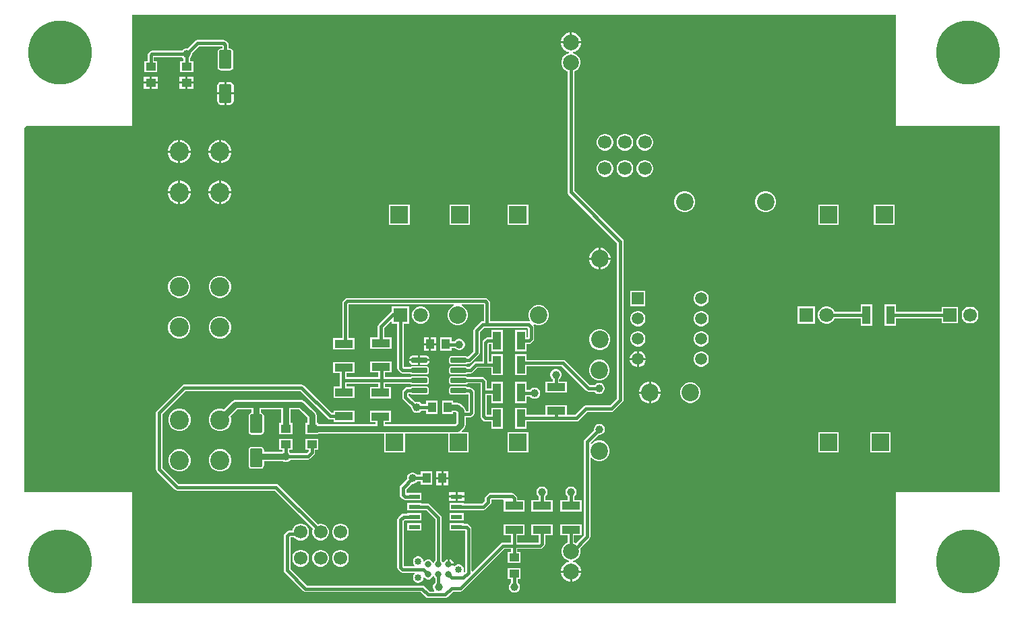
<source format=gbr>
G04*
G04 #@! TF.GenerationSoftware,Altium Limited,Altium Designer,24.1.2 (44)*
G04*
G04 Layer_Physical_Order=2*
G04 Layer_Color=8978557*
%FSLAX44Y44*%
%MOMM*%
G71*
G04*
G04 #@! TF.SameCoordinates,9659F079-296E-40C6-98A9-55E0524B4074*
G04*
G04*
G04 #@! TF.FilePolarity,Positive*
G04*
G01*
G75*
%ADD16C,0.2540*%
%ADD26C,0.8500*%
%ADD33C,0.4000*%
%ADD34C,1.7000*%
%ADD35C,2.0000*%
%ADD36R,1.5000X1.5000*%
%ADD37C,1.5000*%
%ADD38C,2.4000*%
%ADD39C,8.0000*%
%ADD40R,1.7000X1.7000*%
%ADD41C,2.1996*%
%ADD42R,1.8000X1.8000*%
%ADD43C,1.8000*%
%ADD44R,2.2000X2.2000*%
%ADD45R,2.2000X2.2000*%
%ADD46C,2.2000*%
%ADD47C,1.0000*%
%ADD48R,1.0160X2.2606*%
%ADD49R,2.2606X1.0160*%
%ADD50R,1.3970X0.5588*%
%ADD51R,1.2500X1.0000*%
%ADD52R,1.0000X1.2500*%
G04:AMPARAMS|DCode=53|XSize=2.33mm|YSize=1.55mm|CornerRadius=0.1938mm|HoleSize=0mm|Usage=FLASHONLY|Rotation=90.000|XOffset=0mm|YOffset=0mm|HoleType=Round|Shape=RoundedRectangle|*
%AMROUNDEDRECTD53*
21,1,2.3300,1.1625,0,0,90.0*
21,1,1.9425,1.5500,0,0,90.0*
1,1,0.3875,0.5813,0.9712*
1,1,0.3875,0.5813,-0.9712*
1,1,0.3875,-0.5813,-0.9712*
1,1,0.3875,-0.5813,0.9712*
%
%ADD53ROUNDEDRECTD53*%
G04:AMPARAMS|DCode=54|XSize=1.97mm|YSize=0.6mm|CornerRadius=0.075mm|HoleSize=0mm|Usage=FLASHONLY|Rotation=180.000|XOffset=0mm|YOffset=0mm|HoleType=Round|Shape=RoundedRectangle|*
%AMROUNDEDRECTD54*
21,1,1.9700,0.4500,0,0,180.0*
21,1,1.8200,0.6000,0,0,180.0*
1,1,0.1500,-0.9100,0.2250*
1,1,0.1500,0.9100,0.2250*
1,1,0.1500,0.9100,-0.2250*
1,1,0.1500,-0.9100,-0.2250*
%
%ADD54ROUNDEDRECTD54*%
%ADD55C,0.8000*%
%ADD56C,0.7620*%
G36*
X1130000Y627500D02*
X1260000D01*
Y167500D01*
X1130000D01*
Y27500D01*
X170000D01*
Y167500D01*
X35000D01*
Y625000D01*
X37500Y627500D01*
X170000D01*
Y767500D01*
X1130000D01*
Y627500D01*
D02*
G37*
%LPC*%
G36*
X285157Y736078D02*
X285157Y736078D01*
X252250D01*
X252250Y736078D01*
X250689Y735768D01*
X249366Y734884D01*
X239667Y725184D01*
X239422Y725250D01*
X237578D01*
X235798Y724773D01*
X234202Y723851D01*
X232899Y722548D01*
X232772Y722328D01*
X195238D01*
X193677Y722018D01*
X192354Y721134D01*
X192354Y721134D01*
X190866Y719646D01*
X189982Y718323D01*
X189672Y716762D01*
X189672Y716762D01*
Y709250D01*
X185500D01*
Y695250D01*
X202000D01*
Y709250D01*
X197829D01*
Y714172D01*
X232772D01*
X232899Y713952D01*
X234202Y712649D01*
X234672Y712377D01*
Y709250D01*
X230500D01*
Y695250D01*
X247000D01*
Y709250D01*
X242828D01*
Y712679D01*
X244101Y713952D01*
X245023Y715548D01*
X245500Y717328D01*
Y719172D01*
X245434Y719417D01*
X253939Y727922D01*
X283422D01*
Y725077D01*
X281688D01*
X280151Y724771D01*
X278849Y723901D01*
X277978Y722599D01*
X277673Y721062D01*
Y701637D01*
X277978Y700101D01*
X278849Y698799D01*
X280151Y697928D01*
X281688Y697623D01*
X293312D01*
X294849Y697928D01*
X296151Y698799D01*
X297022Y700101D01*
X297327Y701637D01*
Y721062D01*
X297022Y722599D01*
X296151Y723901D01*
X294849Y724771D01*
X293312Y725077D01*
X291578D01*
Y729657D01*
X291268Y731218D01*
X290384Y732541D01*
X290384Y732541D01*
X288041Y734884D01*
X286718Y735768D01*
X286459Y735819D01*
X285157Y736078D01*
D02*
G37*
G36*
X722991Y745490D02*
X722610D01*
Y734220D01*
X733880D01*
Y734601D01*
X733025Y737790D01*
X731375Y740650D01*
X729040Y742984D01*
X726180Y744635D01*
X722991Y745490D01*
D02*
G37*
G36*
X720070D02*
X719689D01*
X716500Y744635D01*
X713640Y742984D01*
X711305Y740650D01*
X709655Y737790D01*
X708800Y734601D01*
Y734220D01*
X720070D01*
Y745490D01*
D02*
G37*
G36*
X202540Y689790D02*
X195020D01*
Y683520D01*
X202540D01*
Y689790D01*
D02*
G37*
G36*
X192480D02*
X184960D01*
Y683520D01*
X192480D01*
Y689790D01*
D02*
G37*
G36*
X247540Y689790D02*
X240020D01*
Y683520D01*
X247540D01*
Y689790D01*
D02*
G37*
G36*
X237480D02*
X229960D01*
Y683520D01*
X237480D01*
Y689790D01*
D02*
G37*
G36*
X202540Y680980D02*
X195020D01*
Y674710D01*
X202540D01*
Y680980D01*
D02*
G37*
G36*
X192480D02*
X184960D01*
Y674710D01*
X192480D01*
Y680980D01*
D02*
G37*
G36*
X247540Y680980D02*
X240020D01*
Y674710D01*
X247540D01*
Y680980D01*
D02*
G37*
G36*
X237480D02*
X229960D01*
Y674710D01*
X237480D01*
Y680980D01*
D02*
G37*
G36*
X293312Y682928D02*
X288770D01*
Y669920D01*
X297878D01*
Y678363D01*
X297530Y680109D01*
X296541Y681591D01*
X295060Y682580D01*
X293312Y682928D01*
D02*
G37*
G36*
X286230D02*
X281688D01*
X279940Y682580D01*
X278459Y681591D01*
X277470Y680109D01*
X277122Y678363D01*
Y669920D01*
X286230D01*
Y682928D01*
D02*
G37*
G36*
X297878Y667380D02*
X288770D01*
Y654372D01*
X293312D01*
X295060Y654720D01*
X296541Y655709D01*
X297530Y657190D01*
X297878Y658938D01*
Y667380D01*
D02*
G37*
G36*
X286230D02*
X277122D01*
Y658938D01*
X277470Y657190D01*
X278459Y655709D01*
X279940Y654720D01*
X281688Y654372D01*
X286230D01*
Y667380D01*
D02*
G37*
G36*
X282414Y610040D02*
X281770D01*
Y596770D01*
X295040D01*
Y597414D01*
X294049Y601112D01*
X292135Y604428D01*
X289428Y607135D01*
X286112Y609049D01*
X282414Y610040D01*
D02*
G37*
G36*
X231414D02*
X230770D01*
Y596770D01*
X244040D01*
Y597414D01*
X243049Y601112D01*
X241135Y604428D01*
X238428Y607135D01*
X235112Y609049D01*
X231414Y610040D01*
D02*
G37*
G36*
X228230D02*
X227586D01*
X223888Y609049D01*
X220572Y607135D01*
X217865Y604428D01*
X215951Y601112D01*
X214960Y597414D01*
Y596770D01*
X228230D01*
Y610040D01*
D02*
G37*
G36*
X279230D02*
X278586D01*
X274888Y609049D01*
X271572Y607135D01*
X268865Y604428D01*
X266951Y601112D01*
X265960Y597414D01*
Y596770D01*
X279230D01*
Y610040D01*
D02*
G37*
G36*
X815632Y617750D02*
X812868D01*
X810197Y617034D01*
X807803Y615652D01*
X805848Y613697D01*
X804466Y611303D01*
X803750Y608632D01*
Y605868D01*
X804466Y603197D01*
X805848Y600803D01*
X807803Y598848D01*
X810197Y597466D01*
X812868Y596750D01*
X815632D01*
X818303Y597466D01*
X820697Y598848D01*
X822652Y600803D01*
X824034Y603197D01*
X824750Y605868D01*
Y608632D01*
X824034Y611303D01*
X822652Y613697D01*
X820697Y615652D01*
X818303Y617034D01*
X815632Y617750D01*
D02*
G37*
G36*
X790632D02*
X787868D01*
X785197Y617034D01*
X782803Y615652D01*
X780848Y613697D01*
X779466Y611303D01*
X778750Y608632D01*
Y605868D01*
X779466Y603197D01*
X780848Y600803D01*
X782803Y598848D01*
X785197Y597466D01*
X787868Y596750D01*
X790632D01*
X793303Y597466D01*
X795697Y598848D01*
X797652Y600803D01*
X799034Y603197D01*
X799750Y605868D01*
Y608632D01*
X799034Y611303D01*
X797652Y613697D01*
X795697Y615652D01*
X793303Y617034D01*
X790632Y617750D01*
D02*
G37*
G36*
X765632D02*
X762868D01*
X760197Y617034D01*
X757803Y615652D01*
X755848Y613697D01*
X754466Y611303D01*
X753750Y608632D01*
Y605868D01*
X754466Y603197D01*
X755848Y600803D01*
X757803Y598848D01*
X760197Y597466D01*
X762868Y596750D01*
X765632D01*
X768303Y597466D01*
X770697Y598848D01*
X772652Y600803D01*
X774034Y603197D01*
X774750Y605868D01*
Y608632D01*
X774034Y611303D01*
X772652Y613697D01*
X770697Y615652D01*
X768303Y617034D01*
X765632Y617750D01*
D02*
G37*
G36*
X295040Y594230D02*
X281770D01*
Y580960D01*
X282414D01*
X286112Y581951D01*
X289428Y583865D01*
X292135Y586572D01*
X294049Y589888D01*
X295040Y593586D01*
Y594230D01*
D02*
G37*
G36*
X279230D02*
X265960D01*
Y593586D01*
X266951Y589888D01*
X268865Y586572D01*
X271572Y583865D01*
X274888Y581951D01*
X278586Y580960D01*
X279230D01*
Y594230D01*
D02*
G37*
G36*
X244040D02*
X230770D01*
Y580960D01*
X231414D01*
X235112Y581951D01*
X238428Y583865D01*
X241135Y586572D01*
X243049Y589888D01*
X244040Y593586D01*
Y594230D01*
D02*
G37*
G36*
X228230D02*
X214960D01*
Y593586D01*
X215951Y589888D01*
X217865Y586572D01*
X220572Y583865D01*
X223888Y581951D01*
X227586Y580960D01*
X228230D01*
Y594230D01*
D02*
G37*
G36*
X815632Y584750D02*
X812868D01*
X810197Y584034D01*
X807803Y582652D01*
X805848Y580697D01*
X804466Y578303D01*
X803750Y575632D01*
Y572868D01*
X804466Y570197D01*
X805848Y567803D01*
X807803Y565848D01*
X810197Y564466D01*
X812868Y563750D01*
X815632D01*
X818303Y564466D01*
X820697Y565848D01*
X822652Y567803D01*
X824034Y570197D01*
X824750Y572868D01*
Y575632D01*
X824034Y578303D01*
X822652Y580697D01*
X820697Y582652D01*
X818303Y584034D01*
X815632Y584750D01*
D02*
G37*
G36*
X790632D02*
X787868D01*
X785197Y584034D01*
X782803Y582652D01*
X780848Y580697D01*
X779466Y578303D01*
X778750Y575632D01*
Y572868D01*
X779466Y570197D01*
X780848Y567803D01*
X782803Y565848D01*
X785197Y564466D01*
X787868Y563750D01*
X790632D01*
X793303Y564466D01*
X795697Y565848D01*
X797652Y567803D01*
X799034Y570197D01*
X799750Y572868D01*
Y575632D01*
X799034Y578303D01*
X797652Y580697D01*
X795697Y582652D01*
X793303Y584034D01*
X790632Y584750D01*
D02*
G37*
G36*
X765632D02*
X762868D01*
X760197Y584034D01*
X757803Y582652D01*
X755848Y580697D01*
X754466Y578303D01*
X753750Y575632D01*
Y572868D01*
X754466Y570197D01*
X755848Y567803D01*
X757803Y565848D01*
X760197Y564466D01*
X762868Y563750D01*
X765632D01*
X768303Y564466D01*
X770697Y565848D01*
X772652Y567803D01*
X774034Y570197D01*
X774750Y572868D01*
Y575632D01*
X774034Y578303D01*
X772652Y580697D01*
X770697Y582652D01*
X768303Y584034D01*
X765632Y584750D01*
D02*
G37*
G36*
X282414Y559040D02*
X281770D01*
Y545770D01*
X295040D01*
Y546414D01*
X294049Y550112D01*
X292135Y553428D01*
X289428Y556135D01*
X286112Y558049D01*
X282414Y559040D01*
D02*
G37*
G36*
X231414D02*
X230770D01*
Y545770D01*
X244040D01*
Y546414D01*
X243049Y550112D01*
X241135Y553428D01*
X238428Y556135D01*
X235112Y558049D01*
X231414Y559040D01*
D02*
G37*
G36*
X228230D02*
X227586D01*
X223888Y558049D01*
X220572Y556135D01*
X217865Y553428D01*
X215951Y550112D01*
X214960Y546414D01*
Y545770D01*
X228230D01*
Y559040D01*
D02*
G37*
G36*
X279230D02*
X278586D01*
X274888Y558049D01*
X271572Y556135D01*
X268865Y553428D01*
X266951Y550112D01*
X265960Y546414D01*
Y545770D01*
X279230D01*
Y559040D01*
D02*
G37*
G36*
X295040Y543230D02*
X281770D01*
Y529960D01*
X282414D01*
X286112Y530951D01*
X289428Y532865D01*
X292135Y535572D01*
X294049Y538888D01*
X295040Y542586D01*
Y543230D01*
D02*
G37*
G36*
X279230D02*
X265960D01*
Y542586D01*
X266951Y538888D01*
X268865Y535572D01*
X271572Y532865D01*
X274888Y530951D01*
X278586Y529960D01*
X279230D01*
Y543230D01*
D02*
G37*
G36*
X244040D02*
X230770D01*
Y529960D01*
X231414D01*
X235112Y530951D01*
X238428Y532865D01*
X241135Y535572D01*
X243049Y538888D01*
X244040Y542586D01*
Y543230D01*
D02*
G37*
G36*
X228230D02*
X214960D01*
Y542586D01*
X215951Y538888D01*
X217865Y535572D01*
X220572Y532865D01*
X223888Y530951D01*
X227586Y529960D01*
X228230D01*
Y543230D01*
D02*
G37*
G36*
X967511Y545498D02*
X964089D01*
X960783Y544612D01*
X957819Y542901D01*
X955399Y540481D01*
X953688Y537517D01*
X952802Y534211D01*
Y530789D01*
X953688Y527483D01*
X955399Y524519D01*
X957819Y522099D01*
X960783Y520388D01*
X964089Y519502D01*
X967511D01*
X970817Y520388D01*
X973781Y522099D01*
X976201Y524519D01*
X977912Y527483D01*
X978798Y530789D01*
Y534211D01*
X977912Y537517D01*
X976201Y540481D01*
X973781Y542901D01*
X970817Y544612D01*
X967511Y545498D01*
D02*
G37*
G36*
X865911D02*
X862489D01*
X859183Y544612D01*
X856219Y542901D01*
X853799Y540481D01*
X852088Y537517D01*
X851202Y534211D01*
Y530789D01*
X852088Y527483D01*
X853799Y524519D01*
X856219Y522099D01*
X859183Y520388D01*
X862489Y519502D01*
X865911D01*
X869217Y520388D01*
X872181Y522099D01*
X874601Y524519D01*
X876312Y527483D01*
X877198Y530789D01*
Y534211D01*
X876312Y537517D01*
X874601Y540481D01*
X872181Y542901D01*
X869217Y544612D01*
X865911Y545498D01*
D02*
G37*
G36*
X594750Y529250D02*
X568750D01*
Y503250D01*
X594750D01*
Y529250D01*
D02*
G37*
G36*
X1128000Y529250D02*
X1102000D01*
Y503250D01*
X1128000D01*
Y529250D01*
D02*
G37*
G36*
X1058000D02*
X1032000D01*
Y503250D01*
X1058000D01*
Y529250D01*
D02*
G37*
G36*
X667745Y529249D02*
X641745D01*
Y503249D01*
X667745D01*
Y529249D01*
D02*
G37*
G36*
X518745D02*
X492745D01*
Y503249D01*
X518745D01*
Y529249D01*
D02*
G37*
G36*
X759282Y474338D02*
X758770D01*
Y462070D01*
X771038D01*
Y462582D01*
X770116Y466026D01*
X768333Y469113D01*
X765813Y471633D01*
X762726Y473416D01*
X759282Y474338D01*
D02*
G37*
G36*
X756230D02*
X755718D01*
X752274Y473416D01*
X749187Y471633D01*
X746667Y469113D01*
X744884Y466026D01*
X743962Y462582D01*
Y462070D01*
X756230D01*
Y474338D01*
D02*
G37*
G36*
X771038Y459530D02*
X758770D01*
Y447262D01*
X759282D01*
X762726Y448184D01*
X765813Y449967D01*
X768333Y452487D01*
X770116Y455574D01*
X771038Y459018D01*
Y459530D01*
D02*
G37*
G36*
X756230D02*
X743962D01*
Y459018D01*
X744884Y455574D01*
X746667Y452487D01*
X749187Y449967D01*
X752274Y448184D01*
X755718Y447262D01*
X756230D01*
Y459530D01*
D02*
G37*
G36*
X282343Y439500D02*
X278657D01*
X275096Y438546D01*
X271904Y436703D01*
X269297Y434096D01*
X267454Y430904D01*
X266500Y427343D01*
Y423657D01*
X267454Y420096D01*
X269297Y416904D01*
X271904Y414297D01*
X275096Y412454D01*
X278657Y411500D01*
X282343D01*
X285904Y412454D01*
X289096Y414297D01*
X291703Y416904D01*
X293546Y420096D01*
X294500Y423657D01*
Y427343D01*
X293546Y430904D01*
X291703Y434096D01*
X289096Y436703D01*
X285904Y438546D01*
X282343Y439500D01*
D02*
G37*
G36*
X231343D02*
X227657D01*
X224096Y438546D01*
X220904Y436703D01*
X218297Y434096D01*
X216454Y430904D01*
X215500Y427343D01*
Y423657D01*
X216454Y420096D01*
X218297Y416904D01*
X220904Y414297D01*
X224096Y412454D01*
X227657Y411500D01*
X231343D01*
X234904Y412454D01*
X238096Y414297D01*
X240703Y416904D01*
X242546Y420096D01*
X243500Y423657D01*
Y427343D01*
X242546Y430904D01*
X240703Y434096D01*
X238096Y436703D01*
X234904Y438546D01*
X231343Y439500D01*
D02*
G37*
G36*
X886201Y420350D02*
X883699D01*
X881283Y419703D01*
X879117Y418452D01*
X877348Y416683D01*
X876097Y414517D01*
X875450Y412101D01*
Y409599D01*
X876097Y407183D01*
X877348Y405017D01*
X879117Y403248D01*
X881283Y401997D01*
X883699Y401350D01*
X886201D01*
X888617Y401997D01*
X890783Y403248D01*
X892552Y405017D01*
X893803Y407183D01*
X894450Y409599D01*
Y412101D01*
X893803Y414517D01*
X892552Y416683D01*
X890783Y418452D01*
X888617Y419703D01*
X886201Y420350D01*
D02*
G37*
G36*
X815050D02*
X796050D01*
Y401350D01*
X815050D01*
Y420350D01*
D02*
G37*
G36*
X1099580Y403303D02*
X1085420D01*
Y394078D01*
X1052995D01*
X1052950Y394246D01*
X1051502Y396754D01*
X1049454Y398802D01*
X1046946Y400250D01*
X1044148Y401000D01*
X1041252D01*
X1038454Y400250D01*
X1035946Y398802D01*
X1033898Y396754D01*
X1032450Y394246D01*
X1031700Y391448D01*
Y388552D01*
X1032450Y385754D01*
X1033898Y383246D01*
X1035946Y381198D01*
X1038454Y379750D01*
X1041252Y379000D01*
X1044148D01*
X1046946Y379750D01*
X1049454Y381198D01*
X1051502Y383246D01*
X1052950Y385754D01*
X1052995Y385922D01*
X1085420D01*
Y376697D01*
X1099580D01*
Y403303D01*
D02*
G37*
G36*
X1224082Y400500D02*
X1221318D01*
X1218647Y399784D01*
X1216253Y398402D01*
X1214298Y396447D01*
X1212916Y394053D01*
X1212200Y391382D01*
Y388618D01*
X1212916Y385947D01*
X1214298Y383553D01*
X1216253Y381598D01*
X1218647Y380216D01*
X1221318Y379500D01*
X1224082D01*
X1226753Y380216D01*
X1229147Y381598D01*
X1231102Y383553D01*
X1232484Y385947D01*
X1233200Y388618D01*
Y391382D01*
X1232484Y394053D01*
X1231102Y396447D01*
X1229147Y398402D01*
X1226753Y399784D01*
X1224082Y400500D01*
D02*
G37*
G36*
X1129580Y403303D02*
X1115420D01*
Y376697D01*
X1129580D01*
Y385922D01*
X1186800D01*
Y379500D01*
X1207800D01*
Y400500D01*
X1186800D01*
Y394078D01*
X1129580D01*
Y403303D01*
D02*
G37*
G36*
X1028300Y401000D02*
X1006300D01*
Y379000D01*
X1028300D01*
Y401000D01*
D02*
G37*
G36*
X534148D02*
X531252D01*
X528454Y400250D01*
X525946Y398802D01*
X523898Y396754D01*
X522450Y394246D01*
X521700Y391448D01*
Y388552D01*
X522450Y385754D01*
X523898Y383246D01*
X525946Y381198D01*
X528454Y379750D01*
X531252Y379000D01*
X534148D01*
X536946Y379750D01*
X539454Y381198D01*
X541502Y383246D01*
X542950Y385754D01*
X543700Y388552D01*
Y391448D01*
X542950Y394246D01*
X541502Y396754D01*
X539454Y398802D01*
X536946Y400250D01*
X534148Y401000D01*
D02*
G37*
G36*
X613657Y411578D02*
X613657Y411578D01*
X440593D01*
X439032Y411268D01*
X437709Y410384D01*
X437709Y410384D01*
X435366Y408041D01*
X434482Y406718D01*
X434172Y405157D01*
X434172Y405157D01*
Y361080D01*
X422947D01*
Y346920D01*
X449553D01*
Y361080D01*
X442328D01*
Y403422D01*
X574162D01*
X574329Y402152D01*
X574183Y402112D01*
X571219Y400401D01*
X568799Y397981D01*
X567088Y395017D01*
X566202Y391711D01*
Y388289D01*
X567088Y384983D01*
X568799Y382019D01*
X571219Y379599D01*
X574183Y377888D01*
X577489Y377002D01*
X580911D01*
X584217Y377888D01*
X587181Y379599D01*
X589601Y382019D01*
X591312Y384983D01*
X592198Y388289D01*
Y391711D01*
X591312Y395017D01*
X589601Y397981D01*
X587181Y400401D01*
X584217Y402112D01*
X584071Y402152D01*
X584238Y403422D01*
X611922D01*
Y382453D01*
X610750Y382328D01*
X609189Y382018D01*
X607866Y381134D01*
X600116Y373384D01*
X599232Y372061D01*
X598922Y370500D01*
X598922Y370500D01*
Y344439D01*
X592601Y338118D01*
X591470Y337524D01*
X590561Y338132D01*
X589488Y338345D01*
X571288D01*
X570215Y338132D01*
X569305Y337524D01*
X568697Y336614D01*
X568484Y335541D01*
Y331041D01*
X568697Y329968D01*
X569305Y329059D01*
X570215Y328451D01*
X571288Y328238D01*
X589488D01*
X590561Y328451D01*
X591470Y329059D01*
X591573Y329213D01*
X593541D01*
X593541Y329213D01*
X595102Y329524D01*
X596425Y330408D01*
X605884Y339866D01*
X605884Y339866D01*
X606768Y341189D01*
X607078Y342750D01*
Y368811D01*
X612439Y374172D01*
X666061D01*
X667172Y373061D01*
Y361828D01*
X665580D01*
Y371053D01*
X651420D01*
Y344447D01*
X665580D01*
Y353672D01*
X668907D01*
X668907Y353672D01*
X670468Y353982D01*
X671791Y354866D01*
X674134Y357209D01*
X674134Y357209D01*
X675018Y358532D01*
X675328Y360093D01*
Y374750D01*
X675328Y374750D01*
X675018Y376311D01*
X674417Y377210D01*
X675309Y378161D01*
X675783Y377888D01*
X679089Y377002D01*
X682511D01*
X685817Y377888D01*
X688781Y379599D01*
X691201Y382019D01*
X692912Y384983D01*
X693798Y388289D01*
Y391711D01*
X692912Y395017D01*
X691201Y397981D01*
X688781Y400401D01*
X685817Y402112D01*
X682511Y402998D01*
X679089D01*
X675783Y402112D01*
X672819Y400401D01*
X670399Y397981D01*
X668688Y395017D01*
X667802Y391711D01*
Y388289D01*
X668688Y384983D01*
X669757Y383131D01*
X669314Y382465D01*
X668884Y382103D01*
X667750Y382328D01*
X667750Y382328D01*
X620078D01*
Y405157D01*
X619768Y406718D01*
X618884Y408041D01*
X618884Y408041D01*
X616541Y410384D01*
X615218Y411268D01*
X614959Y411319D01*
X613657Y411578D01*
D02*
G37*
G36*
X886201Y394950D02*
X883699D01*
X881283Y394303D01*
X879117Y393052D01*
X877348Y391283D01*
X876097Y389117D01*
X875450Y386701D01*
Y384199D01*
X876097Y381783D01*
X877348Y379617D01*
X879117Y377848D01*
X881283Y376597D01*
X883699Y375950D01*
X886201D01*
X888617Y376597D01*
X890783Y377848D01*
X892552Y379617D01*
X893803Y381783D01*
X894450Y384199D01*
Y386701D01*
X893803Y389117D01*
X892552Y391283D01*
X890783Y393052D01*
X888617Y394303D01*
X886201Y394950D01*
D02*
G37*
G36*
X806801D02*
X804299D01*
X801883Y394303D01*
X799717Y393052D01*
X797948Y391283D01*
X796697Y389117D01*
X796050Y386701D01*
Y384199D01*
X796697Y381783D01*
X797948Y379617D01*
X799717Y377848D01*
X801883Y376597D01*
X804299Y375950D01*
X806801D01*
X809217Y376597D01*
X811383Y377848D01*
X813152Y379617D01*
X814403Y381783D01*
X815050Y384199D01*
Y386701D01*
X814403Y389117D01*
X813152Y391283D01*
X811383Y393052D01*
X809217Y394303D01*
X806801Y394950D01*
D02*
G37*
G36*
X282343Y388500D02*
X278657D01*
X275096Y387546D01*
X271904Y385703D01*
X269297Y383096D01*
X267454Y379904D01*
X266500Y376343D01*
Y372657D01*
X267454Y369096D01*
X269297Y365904D01*
X271904Y363297D01*
X275096Y361454D01*
X278657Y360500D01*
X282343D01*
X285904Y361454D01*
X289096Y363297D01*
X291703Y365904D01*
X293546Y369096D01*
X294500Y372657D01*
Y376343D01*
X293546Y379904D01*
X291703Y383096D01*
X289096Y385703D01*
X285904Y387546D01*
X282343Y388500D01*
D02*
G37*
G36*
X231343D02*
X227657D01*
X224096Y387546D01*
X220904Y385703D01*
X218297Y383096D01*
X216454Y379904D01*
X215500Y376343D01*
Y372657D01*
X216454Y369096D01*
X218297Y365904D01*
X220904Y363297D01*
X224096Y361454D01*
X227657Y360500D01*
X231343D01*
X234904Y361454D01*
X238096Y363297D01*
X240703Y365904D01*
X242546Y369096D01*
X243500Y372657D01*
Y376343D01*
X242546Y379904D01*
X240703Y383096D01*
X238096Y385703D01*
X234904Y387546D01*
X231343Y388500D01*
D02*
G37*
G36*
X551790Y362290D02*
X545520D01*
Y354770D01*
X551790D01*
Y362290D01*
D02*
G37*
G36*
X542980D02*
X536710D01*
Y354770D01*
X542980D01*
Y362290D01*
D02*
G37*
G36*
X886201Y369550D02*
X883699D01*
X881283Y368903D01*
X879117Y367652D01*
X877348Y365883D01*
X876097Y363717D01*
X875450Y361301D01*
Y358799D01*
X876097Y356383D01*
X877348Y354217D01*
X879117Y352448D01*
X881283Y351197D01*
X883699Y350550D01*
X886201D01*
X888617Y351197D01*
X890783Y352448D01*
X892552Y354217D01*
X893803Y356383D01*
X894450Y358799D01*
Y361301D01*
X893803Y363717D01*
X892552Y365883D01*
X890783Y367652D01*
X888617Y368903D01*
X886201Y369550D01*
D02*
G37*
G36*
X806801D02*
X804299D01*
X801883Y368903D01*
X799717Y367652D01*
X797948Y365883D01*
X796697Y363717D01*
X796050Y361301D01*
Y358799D01*
X796697Y356383D01*
X797948Y354217D01*
X799717Y352448D01*
X801883Y351197D01*
X804299Y350550D01*
X806801D01*
X809217Y351197D01*
X811383Y352448D01*
X813152Y354217D01*
X814403Y356383D01*
X815050Y358799D01*
Y361301D01*
X814403Y363717D01*
X813152Y365883D01*
X811383Y367652D01*
X809217Y368903D01*
X806801Y369550D01*
D02*
G37*
G36*
X759211Y372198D02*
X755789D01*
X752483Y371312D01*
X749519Y369601D01*
X747099Y367181D01*
X745388Y364217D01*
X744502Y360911D01*
Y357489D01*
X745388Y354183D01*
X747099Y351219D01*
X749519Y348799D01*
X752483Y347088D01*
X755789Y346202D01*
X759211D01*
X762517Y347088D01*
X765481Y348799D01*
X767901Y351219D01*
X769612Y354183D01*
X770498Y357489D01*
Y360911D01*
X769612Y364217D01*
X767901Y367181D01*
X765481Y369601D01*
X762517Y371312D01*
X759211Y372198D01*
D02*
G37*
G36*
X571250Y361750D02*
X557250D01*
Y345250D01*
X571250D01*
Y348922D01*
X575522D01*
X575649Y348702D01*
X576952Y347399D01*
X578548Y346477D01*
X580328Y346000D01*
X582172D01*
X583952Y346477D01*
X585548Y347399D01*
X586851Y348702D01*
X587773Y350298D01*
X588250Y352078D01*
Y353922D01*
X587773Y355702D01*
X586851Y357298D01*
X585548Y358601D01*
X583952Y359523D01*
X582172Y360000D01*
X580328D01*
X578548Y359523D01*
X576952Y358601D01*
X575649Y357298D01*
X575522Y357078D01*
X571250D01*
Y361750D01*
D02*
G37*
G36*
X551790Y352230D02*
X545520D01*
Y344710D01*
X551790D01*
Y352230D01*
D02*
G37*
G36*
X542980D02*
X536710D01*
Y344710D01*
X542980D01*
Y352230D01*
D02*
G37*
G36*
X635580Y371053D02*
X621420D01*
Y361828D01*
X616593D01*
X615032Y361518D01*
X613709Y360634D01*
X613709Y360634D01*
X611366Y358291D01*
X610482Y356968D01*
X610172Y355407D01*
X610172Y355407D01*
Y331828D01*
X602458D01*
X600898Y331518D01*
X599574Y330634D01*
X599574Y330634D01*
X593610Y324670D01*
X591573D01*
X591470Y324824D01*
X590561Y325432D01*
X589488Y325645D01*
X571288D01*
X570215Y325432D01*
X569305Y324824D01*
X568697Y323914D01*
X568484Y322841D01*
Y318342D01*
X568697Y317269D01*
X569305Y316359D01*
X570215Y315751D01*
X571288Y315538D01*
X589488D01*
X590561Y315751D01*
X591470Y316359D01*
X591573Y316513D01*
X595300D01*
X595300Y316513D01*
X596861Y316824D01*
X598184Y317708D01*
X604148Y323672D01*
X621420D01*
Y314447D01*
X635580D01*
Y341053D01*
X621420D01*
Y331828D01*
X618328D01*
Y353672D01*
X621420D01*
Y344447D01*
X635580D01*
Y371053D01*
D02*
G37*
G36*
X806872Y344690D02*
X806820D01*
Y335920D01*
X815590D01*
Y335972D01*
X814906Y338525D01*
X813584Y340815D01*
X811715Y342684D01*
X809425Y344006D01*
X806872Y344690D01*
D02*
G37*
G36*
X804280D02*
X804228D01*
X801675Y344006D01*
X799385Y342684D01*
X797516Y340815D01*
X796194Y338525D01*
X795510Y335972D01*
Y335920D01*
X804280D01*
Y344690D01*
D02*
G37*
G36*
X540088Y338896D02*
X532258D01*
Y334562D01*
X543442D01*
Y335541D01*
X543187Y336825D01*
X542460Y337914D01*
X541371Y338641D01*
X540088Y338896D01*
D02*
G37*
G36*
X529718D02*
X521888D01*
X520604Y338641D01*
X519516Y337914D01*
X518789Y336825D01*
X518533Y335541D01*
Y334562D01*
X529718D01*
Y338896D01*
D02*
G37*
G36*
X543442Y332021D02*
X532258D01*
Y327687D01*
X540088D01*
X541371Y327942D01*
X542460Y328670D01*
X543187Y329758D01*
X543442Y331041D01*
Y332021D01*
D02*
G37*
G36*
X529718D02*
X518533D01*
Y331041D01*
X518789Y329758D01*
X519516Y328670D01*
X520604Y327942D01*
X521888Y327687D01*
X529718D01*
Y332021D01*
D02*
G37*
G36*
X886201Y344150D02*
X883699D01*
X881283Y343503D01*
X879117Y342252D01*
X877348Y340483D01*
X876097Y338317D01*
X875450Y335901D01*
Y333399D01*
X876097Y330983D01*
X877348Y328817D01*
X879117Y327048D01*
X881283Y325797D01*
X883699Y325150D01*
X886201D01*
X888617Y325797D01*
X890783Y327048D01*
X892552Y328817D01*
X893803Y330983D01*
X894450Y333399D01*
Y335901D01*
X893803Y338317D01*
X892552Y340483D01*
X890783Y342252D01*
X888617Y343503D01*
X886201Y344150D01*
D02*
G37*
G36*
X815590Y333380D02*
X806820D01*
Y324610D01*
X806872D01*
X809425Y325294D01*
X811715Y326616D01*
X813584Y328485D01*
X814906Y330775D01*
X815590Y333328D01*
Y333380D01*
D02*
G37*
G36*
X804280D02*
X795510D01*
Y333328D01*
X796194Y330775D01*
X797516Y328485D01*
X799385Y326616D01*
X801675Y325294D01*
X804228Y324610D01*
X804280D01*
Y333380D01*
D02*
G37*
G36*
X518300Y401000D02*
X496300D01*
Y394290D01*
X496189Y394268D01*
X494866Y393384D01*
X479866Y378384D01*
X478982Y377061D01*
X478672Y375500D01*
X478672Y375500D01*
Y361830D01*
X469447D01*
Y347670D01*
X496053D01*
Y361830D01*
X486828D01*
Y373811D01*
X495127Y382109D01*
X496300Y381623D01*
Y379000D01*
X503222D01*
Y323043D01*
X503222Y323043D01*
X503532Y321482D01*
X504416Y320159D01*
X506868Y317708D01*
X508191Y316824D01*
X509752Y316513D01*
X509752Y316513D01*
X519802D01*
X519905Y316359D01*
X520815Y315751D01*
X521888Y315538D01*
X540088D01*
X541161Y315751D01*
X542070Y316359D01*
X542678Y317269D01*
X542892Y318342D01*
Y322841D01*
X542678Y323914D01*
X542070Y324824D01*
X541161Y325432D01*
X540088Y325645D01*
X521888D01*
X520815Y325432D01*
X519905Y324824D01*
X519802Y324670D01*
X511441D01*
X511378Y324732D01*
Y379000D01*
X518300D01*
Y401000D01*
D02*
G37*
G36*
X496053Y331830D02*
X469447D01*
Y317670D01*
X479422D01*
Y311970D01*
X439328D01*
Y316920D01*
X449553D01*
Y331080D01*
X422947D01*
Y316920D01*
X431172D01*
Y307892D01*
X431172Y307892D01*
X431172Y307891D01*
Y299830D01*
X423197D01*
Y285670D01*
X449803D01*
Y299830D01*
X439328D01*
Y303813D01*
X479422D01*
Y299580D01*
X468947D01*
Y285420D01*
X495553D01*
Y299580D01*
X487578D01*
Y303813D01*
X519802D01*
X519905Y303659D01*
X520815Y303051D01*
X521888Y302838D01*
X540088D01*
X541161Y303051D01*
X542070Y303659D01*
X542678Y304569D01*
X542892Y305641D01*
Y310142D01*
X542678Y311215D01*
X542070Y312124D01*
X541161Y312732D01*
X540088Y312945D01*
X521888D01*
X520815Y312732D01*
X519905Y312124D01*
X519802Y311970D01*
X487578D01*
Y317670D01*
X496053D01*
Y331830D01*
D02*
G37*
G36*
X758711Y333798D02*
X755289D01*
X751983Y332912D01*
X749019Y331201D01*
X746599Y328781D01*
X744888Y325817D01*
X744002Y322511D01*
Y319089D01*
X744888Y315783D01*
X746599Y312819D01*
X749019Y310399D01*
X751983Y308688D01*
X755289Y307802D01*
X758711D01*
X762017Y308688D01*
X764981Y310399D01*
X767401Y312819D01*
X769112Y315783D01*
X769998Y319089D01*
Y322511D01*
X769112Y325817D01*
X767401Y328781D01*
X764981Y331201D01*
X762017Y332912D01*
X758711Y333798D01*
D02*
G37*
G36*
X822383Y306040D02*
X821870D01*
Y293770D01*
X834140D01*
Y294283D01*
X833217Y297726D01*
X831435Y300814D01*
X828914Y303335D01*
X825826Y305117D01*
X822383Y306040D01*
D02*
G37*
G36*
X819330D02*
X818817D01*
X815374Y305117D01*
X812286Y303335D01*
X809765Y300814D01*
X807983Y297726D01*
X807060Y294283D01*
Y293770D01*
X819330D01*
Y306040D01*
D02*
G37*
G36*
X703422Y322000D02*
X701578D01*
X699798Y321523D01*
X698202Y320601D01*
X696899Y319298D01*
X695977Y317702D01*
X695500Y315922D01*
Y314078D01*
X695977Y312298D01*
X696899Y310702D01*
X698202Y309399D01*
X698422Y309272D01*
Y306580D01*
X689697D01*
Y292420D01*
X716303D01*
Y306580D01*
X706578D01*
Y309272D01*
X706798Y309399D01*
X708101Y310702D01*
X709023Y312298D01*
X709500Y314078D01*
Y315922D01*
X709023Y317702D01*
X708101Y319298D01*
X706798Y320601D01*
X705202Y321523D01*
X703422Y322000D01*
D02*
G37*
G36*
X665580Y341053D02*
X651420D01*
Y314447D01*
X665580D01*
Y325422D01*
X709811D01*
X740366Y294866D01*
X741689Y293982D01*
X743250Y293672D01*
X743250Y293672D01*
X751022D01*
X751149Y293452D01*
X752452Y292149D01*
X754048Y291227D01*
X755828Y290750D01*
X757672D01*
X759452Y291227D01*
X761048Y292149D01*
X762351Y293452D01*
X763273Y295048D01*
X763750Y296828D01*
Y298672D01*
X763273Y300452D01*
X762351Y302048D01*
X761048Y303351D01*
X759452Y304273D01*
X757672Y304750D01*
X755828D01*
X754048Y304273D01*
X752452Y303351D01*
X751149Y302048D01*
X751022Y301828D01*
X744939D01*
X714384Y332384D01*
X713061Y333268D01*
X711500Y333578D01*
X711500Y333578D01*
X665580D01*
Y341053D01*
D02*
G37*
G36*
X540088Y300245D02*
X521888D01*
X520815Y300032D01*
X519905Y299424D01*
X519822Y299299D01*
X515843D01*
X514282Y298989D01*
X512959Y298105D01*
X512959Y298104D01*
X510616Y295762D01*
X509732Y294438D01*
X509422Y292878D01*
X509422Y292878D01*
Y286877D01*
X509422Y286876D01*
X509732Y285316D01*
X510616Y283993D01*
X521000Y273609D01*
Y273078D01*
X521477Y271298D01*
X522399Y269702D01*
X523702Y268399D01*
X525298Y267477D01*
X527078Y267000D01*
X528922D01*
X530702Y267477D01*
X532298Y268399D01*
X533601Y269702D01*
X533728Y269922D01*
X539750D01*
Y265750D01*
X553750D01*
Y282250D01*
X539750D01*
Y278078D01*
X533728D01*
X533601Y278298D01*
X532298Y279601D01*
X530702Y280523D01*
X528922Y281000D01*
X527078D01*
X525553Y280591D01*
X517578Y288566D01*
Y291142D01*
X519783D01*
X519905Y290959D01*
X520815Y290351D01*
X521888Y290138D01*
X540088D01*
X541161Y290351D01*
X542070Y290959D01*
X542678Y291868D01*
X542892Y292941D01*
Y297442D01*
X542678Y298514D01*
X542070Y299424D01*
X541161Y300032D01*
X540088Y300245D01*
D02*
G37*
G36*
X665580Y306053D02*
X651420D01*
Y279447D01*
X665580D01*
Y287672D01*
X670022D01*
X670149Y287452D01*
X671452Y286149D01*
X673048Y285227D01*
X674828Y284750D01*
X676672D01*
X678452Y285227D01*
X680048Y286149D01*
X681351Y287452D01*
X682273Y289048D01*
X682750Y290828D01*
Y292672D01*
X682273Y294452D01*
X681351Y296048D01*
X680048Y297351D01*
X678452Y298273D01*
X676672Y298750D01*
X674828D01*
X673048Y298273D01*
X671452Y297351D01*
X670149Y296048D01*
X670022Y295828D01*
X665580D01*
Y306053D01*
D02*
G37*
G36*
X873111Y305500D02*
X869688D01*
X866382Y304614D01*
X863418Y302903D01*
X860997Y300482D01*
X859286Y297518D01*
X858400Y294212D01*
Y290788D01*
X859286Y287482D01*
X860997Y284518D01*
X863418Y282097D01*
X866382Y280386D01*
X869688Y279500D01*
X873111D01*
X876418Y280386D01*
X879382Y282097D01*
X881803Y284518D01*
X883514Y287482D01*
X884400Y290788D01*
Y294212D01*
X883514Y297518D01*
X881803Y300482D01*
X879382Y302903D01*
X876418Y304614D01*
X873111Y305500D01*
D02*
G37*
G36*
X589488Y312945D02*
X571288D01*
X570215Y312732D01*
X569305Y312124D01*
X568697Y311215D01*
X568484Y310142D01*
Y305641D01*
X568697Y304569D01*
X569305Y303659D01*
X570215Y303051D01*
X571288Y302838D01*
X589488D01*
X590561Y303051D01*
X591470Y303659D01*
X591813Y304172D01*
X607672D01*
Y293657D01*
Y262593D01*
X607672Y262593D01*
X607982Y261032D01*
X608866Y259709D01*
X611209Y257366D01*
X611209Y257366D01*
X612532Y256482D01*
X614093Y256172D01*
X621420D01*
Y246947D01*
X635580D01*
Y273553D01*
X621420D01*
Y264328D01*
X615828D01*
Y289578D01*
X621420D01*
Y279447D01*
X635580D01*
Y306053D01*
X621420D01*
Y297735D01*
X615828D01*
Y305907D01*
X615518Y307468D01*
X614634Y308791D01*
X614634Y308791D01*
X612291Y311134D01*
X610968Y312018D01*
X609407Y312328D01*
X609407Y312328D01*
X591165D01*
X590561Y312732D01*
X589488Y312945D01*
D02*
G37*
G36*
X834140Y291230D02*
X821870D01*
Y278960D01*
X822383D01*
X825826Y279883D01*
X828914Y281665D01*
X831435Y284186D01*
X833217Y287274D01*
X834140Y290717D01*
Y291230D01*
D02*
G37*
G36*
X819330D02*
X807060D01*
Y290717D01*
X807983Y287274D01*
X809765Y284186D01*
X812286Y281665D01*
X815374Y279883D01*
X818817Y278960D01*
X819330D01*
Y291230D01*
D02*
G37*
G36*
X589488Y300245D02*
X571288D01*
X570215Y300032D01*
X569305Y299424D01*
X568697Y298514D01*
X568484Y297442D01*
Y292941D01*
X568697Y291868D01*
X569305Y290959D01*
X570215Y290351D01*
X571288Y290138D01*
X589488D01*
X590561Y290351D01*
X591152Y290746D01*
X592224Y290345D01*
X592422Y290183D01*
Y269328D01*
X589174D01*
Y269536D01*
X588723Y271803D01*
X587439Y273725D01*
X582975Y278189D01*
X581053Y279473D01*
X578787Y279924D01*
X573750D01*
Y282250D01*
X559750D01*
Y265750D01*
X573750D01*
Y268076D01*
X576333D01*
X577326Y267083D01*
Y254167D01*
X576333Y253174D01*
X488174D01*
Y255420D01*
X495553D01*
Y269580D01*
X468947D01*
Y255420D01*
X476326D01*
Y253174D01*
X404250D01*
Y254250D01*
X401924D01*
Y264000D01*
X401473Y266267D01*
X400189Y268189D01*
X386439Y281939D01*
X384517Y283223D01*
X382250Y283674D01*
X300250D01*
X297983Y283223D01*
X296061Y281939D01*
X285574Y271451D01*
X282593Y272250D01*
X278907D01*
X275346Y271296D01*
X272154Y269453D01*
X269547Y266846D01*
X267704Y263654D01*
X266750Y260093D01*
Y256407D01*
X267704Y252846D01*
X269547Y249654D01*
X272154Y247047D01*
X275346Y245204D01*
X278907Y244250D01*
X282593D01*
X286154Y245204D01*
X289346Y247047D01*
X291953Y249654D01*
X293796Y252846D01*
X294750Y256407D01*
Y260093D01*
X293951Y263074D01*
X302704Y271826D01*
X320326D01*
Y267055D01*
X318901Y266772D01*
X317599Y265901D01*
X316728Y264599D01*
X316423Y263062D01*
Y243638D01*
X316728Y242101D01*
X317599Y240799D01*
X318901Y239928D01*
X320438Y239623D01*
X332062D01*
X333599Y239928D01*
X334901Y240799D01*
X335771Y242101D01*
X336077Y243638D01*
Y263062D01*
X335771Y264599D01*
X334901Y265901D01*
X333599Y266772D01*
X332174Y267055D01*
Y271826D01*
X357826D01*
Y254250D01*
X355250D01*
Y240250D01*
X371750D01*
Y254250D01*
X369674D01*
Y271826D01*
X379796D01*
X390076Y261546D01*
Y254250D01*
X387750D01*
Y240250D01*
X404250D01*
Y240945D01*
X404360Y240967D01*
X404898Y241326D01*
X487000D01*
Y217000D01*
X513000D01*
Y241326D01*
X567000D01*
Y217000D01*
X593000D01*
Y243000D01*
X584710D01*
X584184Y244270D01*
X587439Y247525D01*
X588723Y249447D01*
X589174Y251714D01*
Y261172D01*
X594157D01*
X594157Y261172D01*
X595718Y261482D01*
X597041Y262366D01*
X599384Y264709D01*
X599384Y264709D01*
X600268Y266032D01*
X600578Y267593D01*
Y292848D01*
X600268Y294409D01*
X599384Y295732D01*
X599384Y295732D01*
X597041Y298075D01*
X595718Y298959D01*
X594157Y299270D01*
X594157Y299270D01*
X591573D01*
X591470Y299424D01*
X590561Y300032D01*
X589488Y300245D01*
D02*
G37*
G36*
X733880Y731680D02*
X721340D01*
X708800D01*
Y731299D01*
X709655Y728110D01*
X711305Y725250D01*
X713640Y722915D01*
X716500Y721265D01*
X718876Y720628D01*
Y719313D01*
X716708Y718732D01*
X713972Y717152D01*
X711738Y714918D01*
X710158Y712182D01*
X709340Y709130D01*
Y705970D01*
X710158Y702918D01*
X711738Y700182D01*
X713972Y697948D01*
X716708Y696368D01*
X717262Y696219D01*
Y544660D01*
X717262Y544660D01*
X717572Y543099D01*
X718456Y541776D01*
X779422Y480811D01*
Y285345D01*
X770405Y276328D01*
X740000D01*
X738439Y276018D01*
X737116Y275134D01*
X737116Y275134D01*
X726311Y264328D01*
X716303D01*
Y276580D01*
X689697D01*
Y264328D01*
X665580D01*
Y273553D01*
X651420D01*
Y246947D01*
X665580D01*
Y256172D01*
X728000D01*
X728000Y256172D01*
X729561Y256482D01*
X730884Y257366D01*
X741689Y268172D01*
X772094D01*
X772094Y268172D01*
X773655Y268482D01*
X774978Y269366D01*
X786384Y280772D01*
X786384Y280772D01*
X787268Y282095D01*
X787578Y283656D01*
Y482500D01*
X787578Y482500D01*
X787268Y484061D01*
X786384Y485384D01*
X786384Y485384D01*
X725418Y546349D01*
Y696219D01*
X725972Y696368D01*
X728708Y697948D01*
X730942Y700182D01*
X732522Y702918D01*
X733340Y705970D01*
Y709130D01*
X732522Y712182D01*
X730942Y714918D01*
X728708Y717152D01*
X725972Y718732D01*
X723804Y719313D01*
Y720628D01*
X726180Y721265D01*
X729040Y722915D01*
X731375Y725250D01*
X733025Y728110D01*
X733880Y731299D01*
Y731680D01*
D02*
G37*
G36*
X383250Y302578D02*
X383250Y302578D01*
X235500D01*
X233939Y302268D01*
X232616Y301384D01*
X232616Y301384D01*
X201366Y270134D01*
X200482Y268811D01*
X200172Y267250D01*
X200172Y267250D01*
Y196000D01*
X200172Y196000D01*
X200482Y194439D01*
X201366Y193116D01*
X223866Y170616D01*
X223866Y170616D01*
X225189Y169732D01*
X226750Y169422D01*
X349061D01*
X397208Y121274D01*
X396500Y118632D01*
Y115868D01*
X397216Y113197D01*
X398598Y110803D01*
X400553Y108848D01*
X402947Y107466D01*
X405618Y106750D01*
X408382D01*
X411053Y107466D01*
X413447Y108848D01*
X415402Y110803D01*
X416784Y113197D01*
X417500Y115868D01*
Y118632D01*
X416784Y121303D01*
X415402Y123697D01*
X413447Y125652D01*
X411053Y127034D01*
X408382Y127750D01*
X405618D01*
X402976Y127042D01*
X353634Y176384D01*
X352311Y177268D01*
X350750Y177578D01*
X350750Y177578D01*
X228439D01*
X208328Y197689D01*
Y265561D01*
X237189Y294422D01*
X381561D01*
X416116Y259866D01*
X416116Y259866D01*
X417439Y258982D01*
X419000Y258672D01*
X419000Y258672D01*
X423197D01*
Y255670D01*
X449803D01*
Y269830D01*
X423197D01*
Y266828D01*
X420689D01*
X386134Y301384D01*
X384811Y302268D01*
X384552Y302319D01*
X383250Y302578D01*
D02*
G37*
G36*
X231593Y272250D02*
X227907D01*
X224346Y271296D01*
X221154Y269453D01*
X218547Y266846D01*
X216704Y263654D01*
X215750Y260093D01*
Y256407D01*
X216704Y252846D01*
X218547Y249654D01*
X221154Y247047D01*
X224346Y245204D01*
X227907Y244250D01*
X231593D01*
X235154Y245204D01*
X238346Y247047D01*
X240953Y249654D01*
X242796Y252846D01*
X243750Y256407D01*
Y260093D01*
X242796Y263654D01*
X240953Y266846D01*
X238346Y269453D01*
X235154Y271296D01*
X231593Y272250D01*
D02*
G37*
G36*
X758172Y253250D02*
X756328D01*
X754548Y252773D01*
X752952Y251851D01*
X751649Y250548D01*
X750727Y248952D01*
X750250Y247172D01*
Y245328D01*
X750316Y245083D01*
X738866Y233634D01*
X737982Y232311D01*
X737672Y230750D01*
X737672Y230750D01*
Y112939D01*
X727764Y103032D01*
X726292Y103882D01*
X725300Y104148D01*
Y112920D01*
X734803D01*
Y127080D01*
X708197D01*
Y112920D01*
X717143D01*
Y103913D01*
X717028Y103882D01*
X714292Y102302D01*
X712058Y100068D01*
X710478Y97332D01*
X709660Y94280D01*
Y91120D01*
X710478Y88068D01*
X712058Y85332D01*
X714292Y83098D01*
X717028Y81518D01*
X719196Y80937D01*
Y79622D01*
X716820Y78985D01*
X713960Y77334D01*
X711625Y75000D01*
X709975Y72140D01*
X709120Y68951D01*
Y68570D01*
X721660D01*
X734200D01*
Y68951D01*
X733345Y72140D01*
X731694Y75000D01*
X729360Y77334D01*
X726500Y78985D01*
X724124Y79622D01*
Y80937D01*
X726292Y81518D01*
X729028Y83098D01*
X731262Y85332D01*
X732842Y88068D01*
X733660Y91120D01*
Y94280D01*
X733002Y96735D01*
X744634Y108366D01*
X745518Y109689D01*
X745828Y111250D01*
X745828Y111250D01*
Y210193D01*
X747098Y210719D01*
X749019Y208799D01*
X751983Y207088D01*
X755289Y206202D01*
X758711D01*
X762017Y207088D01*
X764981Y208799D01*
X767401Y211219D01*
X769112Y214183D01*
X769998Y217489D01*
Y220911D01*
X769112Y224217D01*
X767401Y227181D01*
X764981Y229601D01*
X762017Y231312D01*
X758711Y232198D01*
X755289D01*
X751983Y231312D01*
X749019Y229601D01*
X747589Y228171D01*
X746247Y228626D01*
X746148Y229380D01*
X756083Y239316D01*
X756328Y239250D01*
X758172D01*
X759952Y239727D01*
X761548Y240649D01*
X762851Y241952D01*
X763773Y243548D01*
X764250Y245328D01*
Y247172D01*
X763773Y248952D01*
X762851Y250548D01*
X761548Y251851D01*
X759952Y252773D01*
X758172Y253250D01*
D02*
G37*
G36*
X371750Y234250D02*
X355250D01*
Y220250D01*
X359422D01*
Y218174D01*
X336077D01*
Y220362D01*
X335771Y221899D01*
X334901Y223201D01*
X333599Y224072D01*
X332062Y224377D01*
X320438D01*
X318901Y224072D01*
X317599Y223201D01*
X316728Y221899D01*
X316423Y220362D01*
Y200938D01*
X316728Y199401D01*
X317599Y198099D01*
X318901Y197229D01*
X320438Y196923D01*
X332062D01*
X333599Y197229D01*
X334901Y198099D01*
X335771Y199401D01*
X336077Y200938D01*
Y206326D01*
X359760D01*
X360798Y205727D01*
X362578Y205250D01*
X364422D01*
X366202Y205727D01*
X367798Y206649D01*
X369101Y207952D01*
X369228Y208172D01*
X391000D01*
X391000Y208172D01*
X392561Y208482D01*
X393884Y209366D01*
X398884Y214366D01*
X398884Y214366D01*
X399768Y215689D01*
X400078Y217250D01*
X400078Y217250D01*
Y220250D01*
X404250D01*
Y234250D01*
X387750D01*
Y220250D01*
X391922D01*
Y218939D01*
X389311Y216328D01*
X369228D01*
X369101Y216548D01*
X367798Y217851D01*
X367578Y217978D01*
Y220250D01*
X371750D01*
Y234250D01*
D02*
G37*
G36*
X1123000Y243000D02*
X1097000D01*
Y217000D01*
X1123000D01*
Y243000D01*
D02*
G37*
G36*
X1058000D02*
X1032000D01*
Y217000D01*
X1058000D01*
Y243000D01*
D02*
G37*
G36*
X668000D02*
X642000D01*
Y217000D01*
X668000D01*
Y243000D01*
D02*
G37*
G36*
X282593Y221250D02*
X278907D01*
X275346Y220296D01*
X272154Y218453D01*
X269547Y215846D01*
X267704Y212654D01*
X266750Y209093D01*
Y205407D01*
X267704Y201846D01*
X269547Y198654D01*
X272154Y196047D01*
X275346Y194204D01*
X278907Y193250D01*
X282593D01*
X286154Y194204D01*
X289346Y196047D01*
X291953Y198654D01*
X293796Y201846D01*
X294750Y205407D01*
Y209093D01*
X293796Y212654D01*
X291953Y215846D01*
X289346Y218453D01*
X286154Y220296D01*
X282593Y221250D01*
D02*
G37*
G36*
X231593D02*
X227907D01*
X224346Y220296D01*
X221154Y218453D01*
X218547Y215846D01*
X216704Y212654D01*
X215750Y209093D01*
Y205407D01*
X216704Y201846D01*
X218547Y198654D01*
X221154Y196047D01*
X224346Y194204D01*
X227907Y193250D01*
X231593D01*
X235154Y194204D01*
X238346Y196047D01*
X240953Y198654D01*
X242796Y201846D01*
X243750Y205407D01*
Y209093D01*
X242796Y212654D01*
X240953Y215846D01*
X238346Y218453D01*
X235154Y220296D01*
X231593Y221250D01*
D02*
G37*
G36*
X547000Y193250D02*
X533000D01*
Y189078D01*
X528071D01*
X526798Y190351D01*
X525202Y191273D01*
X523422Y191750D01*
X521578D01*
X519798Y191273D01*
X518202Y190351D01*
X516899Y189048D01*
X515977Y187452D01*
X515500Y185672D01*
Y183828D01*
X515566Y183583D01*
X507616Y175634D01*
X506732Y174311D01*
X506422Y172750D01*
X506422Y172750D01*
Y163888D01*
X506422Y163888D01*
X506732Y162327D01*
X507616Y161004D01*
X509959Y158661D01*
X509959Y158661D01*
X511282Y157777D01*
X512843Y157467D01*
X515742D01*
Y156796D01*
X533712D01*
Y166384D01*
X515742D01*
Y166384D01*
X514578Y166641D01*
Y171061D01*
X521333Y177816D01*
X521578Y177750D01*
X523422D01*
X525202Y178227D01*
X526798Y179149D01*
X528101Y180452D01*
X528373Y180922D01*
X533000D01*
Y176750D01*
X547000D01*
Y193250D01*
D02*
G37*
G36*
X567540Y193790D02*
X561270D01*
Y186270D01*
X567540D01*
Y193790D01*
D02*
G37*
G36*
X558730D02*
X552460D01*
Y186270D01*
X558730D01*
Y193790D01*
D02*
G37*
G36*
X567540Y183730D02*
X561270D01*
Y176210D01*
X567540D01*
Y183730D01*
D02*
G37*
G36*
X558730D02*
X552460D01*
Y176210D01*
X558730D01*
Y183730D01*
D02*
G37*
G36*
X587338Y166924D02*
X579083D01*
Y162860D01*
X587338D01*
Y166924D01*
D02*
G37*
G36*
X576543D02*
X568288D01*
Y162860D01*
X576543D01*
Y166924D01*
D02*
G37*
G36*
X587338Y160320D02*
X579083D01*
Y156256D01*
X587338D01*
Y160320D01*
D02*
G37*
G36*
X576543D02*
X568288D01*
Y156256D01*
X576543D01*
Y160320D01*
D02*
G37*
G36*
X722422Y174500D02*
X720578D01*
X718798Y174023D01*
X717202Y173101D01*
X715899Y171798D01*
X714977Y170202D01*
X714500Y168422D01*
Y166579D01*
X714977Y164798D01*
X715899Y163202D01*
X717202Y161899D01*
X717422Y161772D01*
Y157080D01*
X708197D01*
Y142920D01*
X734803D01*
Y157080D01*
X725578D01*
Y161772D01*
X725798Y161899D01*
X727101Y163202D01*
X728023Y164798D01*
X728500Y166579D01*
Y168422D01*
X728023Y170202D01*
X727101Y171798D01*
X725798Y173101D01*
X724202Y174023D01*
X722422Y174500D01*
D02*
G37*
G36*
X685922Y174500D02*
X684078D01*
X682298Y174023D01*
X680702Y173101D01*
X679399Y171798D01*
X678477Y170202D01*
X678000Y168422D01*
Y166578D01*
X678477Y164798D01*
X679399Y163202D01*
X680702Y161899D01*
X680922Y161772D01*
Y157080D01*
X671697D01*
Y142920D01*
X698303D01*
Y157080D01*
X689078D01*
Y161772D01*
X689298Y161899D01*
X690601Y163202D01*
X691523Y164798D01*
X692000Y166578D01*
Y168422D01*
X691523Y170202D01*
X690601Y171798D01*
X689298Y173101D01*
X687702Y174023D01*
X685922Y174500D01*
D02*
G37*
G36*
X647657Y166078D02*
X647657Y166078D01*
X619843D01*
X618282Y165768D01*
X616959Y164884D01*
X616959Y164884D01*
X614616Y162541D01*
X613732Y161218D01*
X613422Y159657D01*
X613422Y159657D01*
Y156689D01*
X609701Y152968D01*
X586798D01*
Y153684D01*
X568828D01*
Y144096D01*
X586798D01*
Y144812D01*
X611390D01*
X611390Y144812D01*
X612951Y145122D01*
X614274Y146006D01*
X620384Y152116D01*
X621268Y153439D01*
X621578Y155000D01*
X621578Y155000D01*
Y157922D01*
X635776D01*
X636697Y157080D01*
Y142920D01*
X663303D01*
Y157080D01*
X654078D01*
Y159657D01*
X653768Y161218D01*
X652884Y162541D01*
X652884Y162541D01*
X650541Y164884D01*
X649218Y165768D01*
X648959Y165819D01*
X647657Y166078D01*
D02*
G37*
G36*
X586798Y140984D02*
X568828D01*
Y131396D01*
X586798D01*
Y140984D01*
D02*
G37*
G36*
X533712Y153684D02*
X515742D01*
Y144096D01*
X533712D01*
Y144812D01*
X539421D01*
X550922Y133311D01*
Y80757D01*
X549913Y79749D01*
X549337Y78358D01*
X547963D01*
X547387Y79749D01*
X545699Y81437D01*
X543493Y82350D01*
X541106D01*
X538901Y81437D01*
X537370Y79905D01*
X536632Y80034D01*
X536100Y80295D01*
Y81016D01*
X535657Y82669D01*
X534801Y84151D01*
X533591Y85361D01*
X532109Y86217D01*
X530456Y86660D01*
X528744D01*
X527091Y86217D01*
X525609Y85361D01*
X524399Y84151D01*
X523543Y82669D01*
X523100Y81016D01*
Y79304D01*
X523543Y77651D01*
X524399Y76169D01*
X525219Y75348D01*
X524693Y74078D01*
X511578D01*
Y130811D01*
X512879Y132112D01*
X515742D01*
Y131396D01*
X533712D01*
Y140984D01*
X515742D01*
Y140268D01*
X511190D01*
X509629Y139958D01*
X508306Y139074D01*
X508306Y139074D01*
X504616Y135384D01*
X503732Y134061D01*
X503422Y132500D01*
X503422Y132500D01*
Y72343D01*
X503422Y72343D01*
X503732Y70782D01*
X504616Y69459D01*
X506959Y67116D01*
X506959Y67116D01*
X508282Y66232D01*
X509843Y65922D01*
X524693D01*
X525219Y64652D01*
X524399Y63831D01*
X523543Y62349D01*
X523100Y60696D01*
Y58984D01*
X523543Y57331D01*
X524399Y55849D01*
X525609Y54639D01*
X527091Y53783D01*
X528744Y53340D01*
X530456D01*
X532109Y53783D01*
X533591Y54639D01*
X534801Y55849D01*
X535657Y57331D01*
X536100Y58984D01*
Y59705D01*
X536632Y59966D01*
X537370Y60095D01*
X538901Y58563D01*
X541106Y57650D01*
X543493D01*
X545699Y58563D01*
X547387Y60251D01*
X547963Y61642D01*
X549337D01*
X549913Y60251D01*
X551047Y59118D01*
Y53906D01*
X550952Y53851D01*
X549649Y52548D01*
X548727Y50952D01*
X548250Y49172D01*
Y47328D01*
X548727Y45548D01*
X549649Y43952D01*
X550002Y43598D01*
X549476Y42328D01*
X543939D01*
X537634Y48634D01*
X536311Y49518D01*
X534750Y49828D01*
X534750Y49828D01*
X389939D01*
X369078Y70689D01*
Y110684D01*
X373717D01*
X375553Y108848D01*
X377947Y107466D01*
X380618Y106750D01*
X383382D01*
X386053Y107466D01*
X388447Y108848D01*
X390402Y110803D01*
X391784Y113197D01*
X392500Y115868D01*
Y118632D01*
X391784Y121303D01*
X390402Y123697D01*
X388447Y125652D01*
X386053Y127034D01*
X383382Y127750D01*
X380618D01*
X377947Y127034D01*
X375553Y125652D01*
X373598Y123697D01*
X372216Y121303D01*
X371556Y118841D01*
X367343D01*
X365782Y118531D01*
X364459Y117646D01*
X364459Y117646D01*
X362116Y115303D01*
X361232Y113980D01*
X360922Y112419D01*
X360922Y112419D01*
Y69000D01*
X360922Y69000D01*
X361232Y67439D01*
X362116Y66116D01*
X385366Y42866D01*
X385366Y42866D01*
X386689Y41982D01*
X388250Y41672D01*
X533061D01*
X539366Y35366D01*
X540689Y34482D01*
X542250Y34172D01*
X542250Y34172D01*
X563271D01*
X563271Y34172D01*
X564832Y34482D01*
X566155Y35366D01*
X573210Y42422D01*
X582500D01*
X582500Y42422D01*
X584061Y42732D01*
X585384Y43616D01*
X637689Y95921D01*
X645922D01*
Y92000D01*
X641750D01*
Y78000D01*
X658250D01*
Y92000D01*
X654079D01*
Y95922D01*
X682657D01*
X682657Y95922D01*
X684218Y96232D01*
X685541Y97116D01*
X687884Y99459D01*
X687884Y99459D01*
X688768Y100782D01*
X689078Y102343D01*
Y112920D01*
X698303D01*
Y127080D01*
X671697D01*
Y112920D01*
X680922D01*
Y104078D01*
X654078D01*
Y112920D01*
X663303D01*
Y127080D01*
X636697D01*
Y112920D01*
X645922D01*
Y104078D01*
X636000D01*
X636000Y104078D01*
X634439Y103768D01*
X633116Y102884D01*
X633116Y102884D01*
X597752Y67519D01*
X596578Y68005D01*
Y121147D01*
X596268Y122708D01*
X595384Y124031D01*
X595384Y124031D01*
X593041Y126374D01*
X591718Y127258D01*
X590157Y127568D01*
X590157Y127568D01*
X586798D01*
Y128284D01*
X568828D01*
Y118696D01*
X586798D01*
Y119412D01*
X588422D01*
Y67682D01*
X587504Y66765D01*
X586457Y67491D01*
X586900Y69144D01*
Y70856D01*
X586457Y72509D01*
X585601Y73991D01*
X584391Y75201D01*
X582909Y76057D01*
X581256Y76500D01*
X579544D01*
X577891Y76057D01*
X576409Y75201D01*
X575199Y73991D01*
X575114Y73845D01*
X573931Y74335D01*
X574130Y75080D01*
X567700D01*
Y76350D01*
X566430D01*
Y82780D01*
X565176Y82444D01*
X563684Y81583D01*
X562467Y80366D01*
X561732Y79094D01*
X560963Y78993D01*
X560353Y79106D01*
X560087Y79749D01*
X559078Y80757D01*
Y135000D01*
X558768Y136561D01*
X557884Y137884D01*
X543994Y151774D01*
X542671Y152658D01*
X541110Y152968D01*
X541110Y152968D01*
X533712D01*
Y153684D01*
D02*
G37*
G36*
Y128284D02*
X515742D01*
Y118696D01*
X533712D01*
Y128284D01*
D02*
G37*
G36*
X433382Y127750D02*
X430618D01*
X427947Y127034D01*
X425553Y125652D01*
X423598Y123697D01*
X422216Y121303D01*
X421500Y118632D01*
Y115868D01*
X422216Y113197D01*
X423598Y110803D01*
X425553Y108848D01*
X427947Y107466D01*
X430618Y106750D01*
X433382D01*
X436053Y107466D01*
X438447Y108848D01*
X440402Y110803D01*
X441784Y113197D01*
X442500Y115868D01*
Y118632D01*
X441784Y121303D01*
X440402Y123697D01*
X438447Y125652D01*
X436053Y127034D01*
X433382Y127750D01*
D02*
G37*
G36*
X568970Y82780D02*
Y77620D01*
X574130D01*
X573794Y78874D01*
X572933Y80366D01*
X571716Y81583D01*
X570224Y82444D01*
X568970Y82780D01*
D02*
G37*
G36*
X433382Y94750D02*
X430618D01*
X427947Y94034D01*
X425553Y92652D01*
X423598Y90697D01*
X422216Y88303D01*
X421500Y85632D01*
Y82868D01*
X422216Y80197D01*
X423598Y77803D01*
X425553Y75848D01*
X427947Y74466D01*
X430618Y73750D01*
X433382D01*
X436053Y74466D01*
X438447Y75848D01*
X440402Y77803D01*
X441784Y80197D01*
X442500Y82868D01*
Y85632D01*
X441784Y88303D01*
X440402Y90697D01*
X438447Y92652D01*
X436053Y94034D01*
X433382Y94750D01*
D02*
G37*
G36*
X408382D02*
X405618D01*
X402947Y94034D01*
X400553Y92652D01*
X398598Y90697D01*
X397216Y88303D01*
X396500Y85632D01*
Y82868D01*
X397216Y80197D01*
X398598Y77803D01*
X400553Y75848D01*
X402947Y74466D01*
X405618Y73750D01*
X408382D01*
X411053Y74466D01*
X413447Y75848D01*
X415402Y77803D01*
X416784Y80197D01*
X417500Y82868D01*
Y85632D01*
X416784Y88303D01*
X415402Y90697D01*
X413447Y92652D01*
X411053Y94034D01*
X408382Y94750D01*
D02*
G37*
G36*
X383382D02*
X380618D01*
X377947Y94034D01*
X375553Y92652D01*
X373598Y90697D01*
X372216Y88303D01*
X371500Y85632D01*
Y82868D01*
X372216Y80197D01*
X373598Y77803D01*
X375553Y75848D01*
X377947Y74466D01*
X380618Y73750D01*
X383382D01*
X386053Y74466D01*
X388447Y75848D01*
X390402Y77803D01*
X391784Y80197D01*
X392500Y82868D01*
Y85632D01*
X391784Y88303D01*
X390402Y90697D01*
X388447Y92652D01*
X386053Y94034D01*
X383382Y94750D01*
D02*
G37*
G36*
X734200Y66030D02*
X722930D01*
Y54760D01*
X723311D01*
X726500Y55615D01*
X729360Y57266D01*
X731694Y59600D01*
X733345Y62460D01*
X734200Y65649D01*
Y66030D01*
D02*
G37*
G36*
X720390D02*
X709120D01*
Y65649D01*
X709975Y62460D01*
X711625Y59600D01*
X713960Y57266D01*
X716820Y55615D01*
X720009Y54760D01*
X720390D01*
Y66030D01*
D02*
G37*
G36*
X658250Y72000D02*
X641750D01*
Y58000D01*
X646422D01*
Y53728D01*
X646202Y53601D01*
X644899Y52298D01*
X643977Y50702D01*
X643500Y48922D01*
Y47078D01*
X643977Y45298D01*
X644899Y43702D01*
X646202Y42399D01*
X647798Y41477D01*
X649578Y41000D01*
X651422D01*
X653202Y41477D01*
X654798Y42399D01*
X656101Y43702D01*
X657023Y45298D01*
X657500Y47078D01*
Y48922D01*
X657023Y50702D01*
X656101Y52298D01*
X654798Y53601D01*
X654578Y53728D01*
Y58000D01*
X658250D01*
Y72000D01*
D02*
G37*
%LPD*%
D16*
X280500Y595500D02*
X281729Y596729D01*
Y662879D02*
X287500Y668650D01*
X721500Y150000D02*
X721500Y150000D01*
X703000Y299500D02*
X703000Y299500D01*
X238750Y702250D02*
X238750Y702250D01*
D26*
X529600Y59840D02*
D03*
Y80160D02*
D03*
X580400Y70000D02*
D03*
D33*
X650000Y65000D02*
X650500Y64500D01*
Y48000D02*
Y64500D01*
X647657Y162000D02*
X650000Y159657D01*
X619843Y162000D02*
X647657D01*
X617500Y159657D02*
X619843Y162000D01*
X617500Y155000D02*
Y159657D01*
X650000Y150000D02*
Y159657D01*
X238500Y718250D02*
X252250Y732000D01*
X285157D01*
X195238Y718250D02*
X238500D01*
X193750Y716762D02*
X195238Y718250D01*
X193750Y702250D02*
Y716762D01*
X287500Y711350D02*
Y729657D01*
X285157Y732000D02*
X287500Y729657D01*
X660250Y329500D02*
X711500D01*
X658500Y327750D02*
X660250Y329500D01*
X711500D02*
X743250Y297750D01*
X756750D01*
X721340Y544660D02*
Y707550D01*
Y544660D02*
X783500Y482500D01*
Y283656D02*
Y482500D01*
X772094Y272250D02*
X783500Y283656D01*
X728000Y260250D02*
X740000Y272250D01*
X702750Y260250D02*
X728000D01*
X740000Y272250D02*
X772094D01*
X388250Y45750D02*
X534750D01*
X365000Y69000D02*
Y112419D01*
Y69000D02*
X388250Y45750D01*
X534750D02*
X542250Y38250D01*
X563271D01*
X650000Y100000D02*
Y100000D01*
Y85000D02*
Y100000D01*
X571521Y46500D02*
X582500D01*
X563271Y38250D02*
X571521Y46500D01*
X582500D02*
X636000Y100000D01*
X650000D01*
X650000Y100000D02*
Y120000D01*
X650000Y100000D02*
X682657D01*
X721221Y93139D02*
X723639D01*
X741750Y111250D02*
Y230750D01*
X723639Y93139D02*
X741750Y111250D01*
X721221Y93139D02*
Y119721D01*
Y93139D02*
X721660Y92700D01*
X702750Y260250D02*
Y269250D01*
X658500Y260250D02*
X702750D01*
X235500Y298500D02*
X383250D01*
X204250Y196000D02*
Y267250D01*
X235500Y298500D01*
X204250Y196000D02*
X226750Y173500D01*
X350750D01*
X383250Y298500D02*
X419000Y262750D01*
X436500D01*
X555125Y48375D02*
X555250Y48250D01*
X555000Y63650D02*
X555125Y63525D01*
Y48375D02*
Y63525D01*
X572043Y59750D02*
X586257D01*
X568143Y63650D02*
X572043Y59750D01*
X567700Y63650D02*
X568143D01*
X586257Y59750D02*
X592500Y65993D01*
X741750Y230750D02*
X757250Y246250D01*
X238500Y718250D02*
X238750Y718000D01*
Y702250D02*
Y718000D01*
X702750Y269250D02*
X703000Y269500D01*
X658500Y292750D02*
X659500Y291750D01*
X675750D01*
X702500Y300000D02*
X703000Y299500D01*
X702500Y300000D02*
Y315000D01*
X721500Y167500D02*
X721500Y167500D01*
X721500Y150000D02*
Y167500D01*
X396000Y217250D02*
Y227250D01*
X391000Y212250D02*
X396000Y217250D01*
X363500Y212250D02*
X391000D01*
X326250Y210650D02*
X327850Y212250D01*
X512843Y161545D02*
X524682D01*
X510500Y163888D02*
X512843Y161545D01*
X510500Y172750D02*
X522500Y184750D01*
X510500Y163888D02*
Y172750D01*
X522500Y184750D02*
X522750Y185000D01*
X564250Y353500D02*
X564750Y353000D01*
X581250D01*
X613657Y407500D02*
X616000Y405157D01*
X610750Y378250D02*
X616000D01*
X440593Y407500D02*
X613657D01*
X616000Y378250D02*
X667750D01*
X616000D02*
Y405157D01*
X438250D02*
X440593Y407500D01*
X438250Y356000D02*
Y405157D01*
X436250Y354000D02*
X438250Y356000D01*
X603000Y370500D02*
X610750Y378250D01*
X603000Y342750D02*
Y370500D01*
X593541Y333292D02*
X603000Y342750D01*
X580388Y333292D02*
X593541D01*
X668907Y357750D02*
X671250Y360093D01*
Y374750D01*
X658500Y357750D02*
X668907D01*
X667750Y378250D02*
X671250Y374750D01*
X614250Y327750D02*
Y355407D01*
X602458Y327750D02*
X614250D01*
X628500D01*
X595300Y320592D02*
X602458Y327750D01*
X580388Y320592D02*
X595300D01*
X614250Y355407D02*
X616593Y357750D01*
X628500D01*
X507300Y323043D02*
Y390000D01*
Y323043D02*
X509752Y320592D01*
X482750Y354750D02*
Y375500D01*
X509752Y320592D02*
X530988D01*
X497750Y390500D02*
X506800D01*
X482750Y375500D02*
X497750Y390500D01*
X506800D02*
X507300Y390000D01*
X350750Y173500D02*
X407000Y117250D01*
X435250Y307892D02*
X435250Y307892D01*
X435250Y307892D02*
Y323000D01*
Y294000D02*
Y307892D01*
X435250Y307892D02*
X483500D01*
Y293750D02*
Y307892D01*
X482250Y292500D02*
X483500Y293750D01*
X435250Y294000D02*
X436500Y292750D01*
X435250Y323000D02*
X436250Y324000D01*
X596500Y267593D02*
Y292848D01*
X583250Y265250D02*
X594157D01*
X596500Y267593D01*
X483500Y307892D02*
Y324000D01*
X482750Y324750D02*
X483500Y324000D01*
Y307892D02*
X530988D01*
X594157Y295191D02*
X596500Y292848D01*
X580388Y295191D02*
X594157D01*
X513500Y286876D02*
X526376Y274000D01*
X513500Y286876D02*
Y292878D01*
X515843Y295221D02*
X530959D01*
X513500Y292878D02*
X515843Y295221D01*
X526376Y274000D02*
X546750D01*
X546750Y274000D01*
X530959Y295221D02*
X530988Y295191D01*
X627593Y293657D02*
X628500Y292750D01*
X611750Y293657D02*
X627593D01*
X580388Y307892D02*
X580746Y308250D01*
X611750Y293657D02*
Y305907D01*
X580746Y308250D02*
X609407D01*
X611750Y305907D01*
Y262593D02*
Y293657D01*
X614093Y260250D02*
X628500D01*
X611750Y262593D02*
X614093Y260250D01*
X524682Y161545D02*
X524727Y161590D01*
X522750Y185000D02*
X540000D01*
X540000Y185000D01*
X280500Y595500D02*
Y600843D01*
X524727Y148890D02*
X541110D01*
X555000Y76350D02*
Y135000D01*
X541110Y148890D02*
X555000Y135000D01*
X509843Y70000D02*
X535950D01*
X507500Y72343D02*
X509843Y70000D01*
X507500Y132500D02*
X511190Y136190D01*
X507500Y72343D02*
Y132500D01*
X592500Y65993D02*
Y121147D01*
X577813Y123490D02*
X590157D01*
X592500Y121147D01*
X577813Y148890D02*
X611390D01*
X617500Y155000D01*
X682657Y100000D02*
X685000Y102343D01*
Y120000D01*
X535950Y70000D02*
X542300Y63650D01*
X511190Y136190D02*
X524727D01*
X363500Y227250D02*
X363500Y227250D01*
X363500Y212250D02*
Y227250D01*
X685000Y150000D02*
Y167500D01*
X367343Y114763D02*
X379513D01*
X365000Y112419D02*
X367343Y114763D01*
X379513D02*
X382000Y117250D01*
X1122500Y390000D02*
X1197300D01*
X1042764D02*
X1092500D01*
X703000Y299500D02*
X703000Y299500D01*
D34*
X789250Y574250D02*
D03*
X764250D02*
D03*
Y607250D02*
D03*
X789250D02*
D03*
X814250D02*
D03*
Y574250D02*
D03*
X407000Y84250D02*
D03*
X382000D02*
D03*
Y117250D02*
D03*
X407000D02*
D03*
X432000D02*
D03*
Y84250D02*
D03*
X1222700Y390000D02*
D03*
D35*
X721660Y92700D02*
D03*
Y67300D02*
D03*
X721340Y732950D02*
D03*
Y707550D02*
D03*
D36*
X805550Y410850D02*
D03*
D37*
Y385450D02*
D03*
Y360050D02*
D03*
Y334650D02*
D03*
X884950D02*
D03*
Y360050D02*
D03*
Y385450D02*
D03*
Y410850D02*
D03*
D38*
X280750Y207250D02*
D03*
X229750D02*
D03*
X280750Y258250D02*
D03*
X229750D02*
D03*
X229500Y595500D02*
D03*
X280500D02*
D03*
X229500Y544500D02*
D03*
X280500D02*
D03*
X229500Y425500D02*
D03*
X280500D02*
D03*
X229500Y374500D02*
D03*
X280500D02*
D03*
D39*
X1220000Y720000D02*
D03*
X80000D02*
D03*
Y80000D02*
D03*
X1220000D02*
D03*
D40*
X1197300Y390000D02*
D03*
D41*
X757000Y219200D02*
D03*
Y320800D02*
D03*
X579200Y390000D02*
D03*
X680800D02*
D03*
X757500Y460800D02*
D03*
Y359200D02*
D03*
X864200Y532500D02*
D03*
X965800D02*
D03*
D42*
X1017300Y390000D02*
D03*
X507300D02*
D03*
D43*
X1042700D02*
D03*
X532700D02*
D03*
D44*
X654745Y516249D02*
D03*
X581750Y516250D02*
D03*
X505745Y516249D02*
D03*
X655000Y230000D02*
D03*
X580000D02*
D03*
X500000D02*
D03*
X1115000Y516250D02*
D03*
X1045000D02*
D03*
Y230000D02*
D03*
D45*
X1110000D02*
D03*
D46*
X820600Y292500D02*
D03*
X871400D02*
D03*
D47*
X650500Y48000D02*
D03*
X756750Y297750D02*
D03*
X555250Y48250D02*
D03*
X238500Y718250D02*
D03*
X757250Y246250D02*
D03*
X675750Y291750D02*
D03*
X702500Y315000D02*
D03*
X721500Y167500D02*
D03*
X685000Y167500D02*
D03*
X363500Y212250D02*
D03*
X522500Y184750D02*
D03*
X581250Y353000D02*
D03*
X528000Y274000D02*
D03*
D48*
X628500Y357750D02*
D03*
X658500D02*
D03*
X658500Y327750D02*
D03*
X628500D02*
D03*
X658500Y260250D02*
D03*
X628500D02*
D03*
X1092500Y390000D02*
D03*
X1122500D02*
D03*
X658500Y292750D02*
D03*
X628500D02*
D03*
D49*
X482750Y324750D02*
D03*
Y354750D02*
D03*
X482250Y262500D02*
D03*
Y292500D02*
D03*
X721500Y150000D02*
D03*
Y120000D02*
D03*
X436250Y354000D02*
D03*
Y324000D02*
D03*
X436500Y262750D02*
D03*
Y292750D02*
D03*
X703000Y299500D02*
D03*
Y269500D02*
D03*
X650000Y120000D02*
D03*
Y150000D02*
D03*
X685000D02*
D03*
Y120000D02*
D03*
D50*
X524727Y161590D02*
D03*
Y148890D02*
D03*
Y136190D02*
D03*
Y123490D02*
D03*
X577813D02*
D03*
Y136190D02*
D03*
Y148890D02*
D03*
Y161590D02*
D03*
D51*
X193750Y702250D02*
D03*
Y682250D02*
D03*
X650000Y85000D02*
D03*
Y65000D02*
D03*
X396000Y227250D02*
D03*
Y247250D02*
D03*
X238750Y702250D02*
D03*
Y682250D02*
D03*
X363500Y227250D02*
D03*
Y247250D02*
D03*
D52*
X546750Y274000D02*
D03*
X566750D02*
D03*
X564250Y353500D02*
D03*
X544250D02*
D03*
X560000Y185000D02*
D03*
X540000D02*
D03*
D53*
X287500Y711350D02*
D03*
Y668650D02*
D03*
X326250Y253350D02*
D03*
Y210650D02*
D03*
D54*
X530988Y333292D02*
D03*
Y320592D02*
D03*
Y307892D02*
D03*
Y295191D02*
D03*
X580388D02*
D03*
Y307892D02*
D03*
Y320592D02*
D03*
Y333292D02*
D03*
D55*
X542300Y76350D02*
D03*
X567700Y63650D02*
D03*
Y76350D02*
D03*
X555000Y63650D02*
D03*
X542300D02*
D03*
X555000Y76350D02*
D03*
D56*
X327850Y212250D02*
X363500D01*
X363750Y277750D02*
X382250D01*
X396000Y247250D02*
Y264000D01*
X382250Y277750D02*
X396000Y264000D01*
X396000Y247250D02*
X396000Y247250D01*
X363500Y247250D02*
X363750D01*
Y277750D01*
X396440Y246810D02*
X401724D01*
X396000Y247250D02*
X396440Y246810D01*
X402904Y247250D02*
X482250D01*
X402093Y246440D02*
X402904Y247250D01*
X401724Y246810D02*
X402093Y246440D01*
X482250Y247250D02*
X578787D01*
X583250Y251714D01*
Y265250D01*
X482250Y248500D02*
Y262500D01*
X583250Y265250D02*
Y269536D01*
X578787Y274000D02*
X583250Y269536D01*
X566750Y274000D02*
X578787D01*
X326250Y253350D02*
Y277750D01*
X280750Y258250D02*
X300250Y277750D01*
X326250D01*
X363750D01*
M02*

</source>
